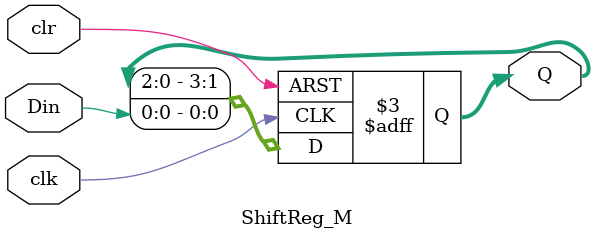
<source format=v>
`timescale 1ns / 1ps
module ShiftReg_M(
	input wire clk,
	input wire clr,
	input wire Din,
	output reg [3:0] Q
);

	always @(posedge clk or posedge clr)
	begin
		if(clr == 1)
			Q <= 0;
		else
			begin
				Q[0] <= Din;
				Q[3:1] <= Q[2:0];
			end
	end

endmodule

</source>
